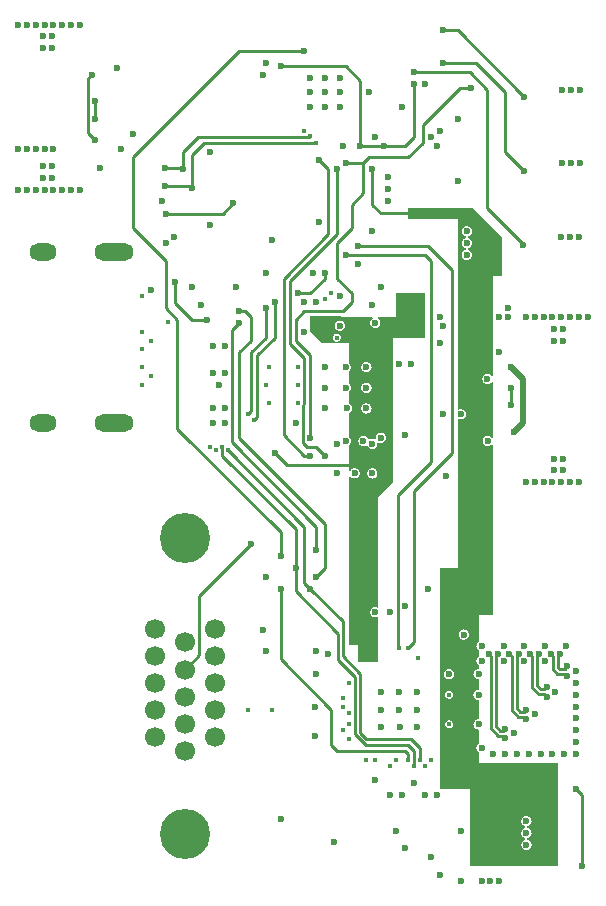
<source format=gbl>
%FSLAX46Y46*%
%MOMM*%
%ADD11C,0.218000*%
%ADD10C,0.250000*%
%ADD12C,0.500000*%
%AMPS13*
1,1,1.695000,0.000000,0.000000*
%
%ADD13PS13*%
%AMPS14*
1,1,4.246000,0.000000,0.000000*
%
%ADD14PS14*%
%AMPS17*
1,1,0.600000,0.000000,0.000000*
%
%ADD17PS17*%
%AMPS18*
1,1,0.400000,0.000000,0.000000*
%
%ADD18PS18*%
%AMPS15*
21,1,1.800000,1.500000,0.000000,0.000000,0.000000*
1,1,1.500000,0.900000,0.000000*
1,1,1.500000,-0.900000,0.000000*
%
%ADD15PS15*%
%AMPS16*
21,1,0.800000,1.500000,0.000000,0.000000,0.000000*
1,1,1.500000,0.400000,0.000000*
1,1,1.500000,-0.400000,0.000000*
%
%ADD16PS16*%
G01*
%LPD*%
G36*
X38500000Y-30250000D02*
X38499999Y-21500000D01*
X31750000Y-21500000D01*
X31750000Y-20610006D01*
X31692288Y-20557702D01*
X31663619Y-20526069D01*
X31638176Y-20491763D01*
X31616222Y-20455136D01*
X31597964Y-20416530D01*
X31583574Y-20376317D01*
X31573200Y-20334899D01*
X31566933Y-20292648D01*
X31564836Y-20250000D01*
X31566933Y-20207352D01*
X31573200Y-20165101D01*
X31583574Y-20123683D01*
X31597964Y-20083470D01*
X31616222Y-20044864D01*
X31638176Y-20008237D01*
X31663619Y-19973931D01*
X31692288Y-19942298D01*
X31750000Y-19889994D01*
X31750000Y-18689398D01*
X31665106Y-18676802D01*
X31623683Y-18666426D01*
X31583470Y-18652036D01*
X31544864Y-18633778D01*
X31508237Y-18611824D01*
X31473931Y-18586381D01*
X31442293Y-18557707D01*
X31413619Y-18526069D01*
X31388176Y-18491763D01*
X31366222Y-18455136D01*
X31347964Y-18416530D01*
X31333574Y-18376317D01*
X31323200Y-18334899D01*
X31316933Y-18292648D01*
X31314836Y-18250000D01*
X31316933Y-18207352D01*
X31323200Y-18165101D01*
X31333574Y-18123683D01*
X31347964Y-18083470D01*
X31366222Y-18044864D01*
X31388176Y-18008237D01*
X31413619Y-17973931D01*
X31442293Y-17942293D01*
X31473931Y-17913619D01*
X31508237Y-17888176D01*
X31544864Y-17866222D01*
X31583470Y-17847964D01*
X31623683Y-17833574D01*
X31665106Y-17823198D01*
X31750000Y-17810602D01*
X31750000Y-16189398D01*
X31665106Y-16176802D01*
X31623683Y-16166426D01*
X31583470Y-16152036D01*
X31544864Y-16133778D01*
X31508237Y-16111824D01*
X31473931Y-16086381D01*
X31442293Y-16057707D01*
X31413619Y-16026069D01*
X31388176Y-15991763D01*
X31366222Y-15955136D01*
X31347964Y-15916530D01*
X31333574Y-15876317D01*
X31323200Y-15834899D01*
X31316933Y-15792648D01*
X31314836Y-15750000D01*
X31316933Y-15707352D01*
X31323200Y-15665101D01*
X31333574Y-15623683D01*
X31347964Y-15583470D01*
X31366222Y-15544864D01*
X31388176Y-15508237D01*
X31413619Y-15473931D01*
X31442293Y-15442293D01*
X31473931Y-15413619D01*
X31508237Y-15388176D01*
X31544864Y-15366222D01*
X31583470Y-15347964D01*
X31623683Y-15333574D01*
X31665106Y-15323198D01*
X31750000Y-15310602D01*
X31750000Y-14439398D01*
X31665106Y-14426802D01*
X31623683Y-14416426D01*
X31583470Y-14402036D01*
X31544864Y-14383778D01*
X31508237Y-14361824D01*
X31473931Y-14336381D01*
X31442293Y-14307707D01*
X31413619Y-14276069D01*
X31388176Y-14241763D01*
X31366222Y-14205136D01*
X31347964Y-14166530D01*
X31333574Y-14126317D01*
X31323200Y-14084899D01*
X31316933Y-14042648D01*
X31314836Y-14000000D01*
X31316933Y-13957352D01*
X31323200Y-13915101D01*
X31333574Y-13873683D01*
X31347964Y-13833470D01*
X31366222Y-13794864D01*
X31388176Y-13758237D01*
X31413619Y-13723931D01*
X31442293Y-13692293D01*
X31473931Y-13663619D01*
X31508237Y-13638176D01*
X31544864Y-13616222D01*
X31583470Y-13597964D01*
X31623683Y-13583574D01*
X31665106Y-13573198D01*
X31750000Y-13560602D01*
X31750000Y-13235006D01*
X31692288Y-13182702D01*
X31663619Y-13151069D01*
X31638176Y-13116763D01*
X31616222Y-13080136D01*
X31597964Y-13041530D01*
X31583574Y-13001317D01*
X31573200Y-12959899D01*
X31566933Y-12917648D01*
X31564836Y-12875000D01*
X31566933Y-12832352D01*
X31573200Y-12790101D01*
X31583574Y-12748683D01*
X31597964Y-12708470D01*
X31616222Y-12669864D01*
X31638176Y-12633237D01*
X31663619Y-12598931D01*
X31692288Y-12567298D01*
X31750000Y-12514994D01*
X31750000Y-11985006D01*
X31692288Y-11932702D01*
X31663619Y-11901069D01*
X31638176Y-11866763D01*
X31616222Y-11830136D01*
X31597964Y-11791530D01*
X31583574Y-11751317D01*
X31573200Y-11709899D01*
X31566933Y-11667648D01*
X31564836Y-11625000D01*
X31566933Y-11582352D01*
X31573200Y-11540101D01*
X31583574Y-11498683D01*
X31597964Y-11458470D01*
X31616222Y-11419864D01*
X31638176Y-11383237D01*
X31663619Y-11348931D01*
X31692288Y-11317298D01*
X31750000Y-11264994D01*
X31750000Y-9000000D01*
X33000000Y-9000000D01*
X33000000Y5441760D01*
X32871970Y5491140D01*
X32827703Y5442289D01*
X32796069Y5413619D01*
X32761763Y5388176D01*
X32725136Y5366222D01*
X32686530Y5347964D01*
X32646317Y5333574D01*
X32604899Y5323200D01*
X32562648Y5316933D01*
X32520000Y5314836D01*
X32477352Y5316933D01*
X32435101Y5323200D01*
X32393683Y5333574D01*
X32353470Y5347964D01*
X32314864Y5366222D01*
X32278237Y5388176D01*
X32243931Y5413619D01*
X32212293Y5442293D01*
X32183619Y5473931D01*
X32158176Y5508237D01*
X32136222Y5544864D01*
X32117964Y5583470D01*
X32103574Y5623683D01*
X32093200Y5665101D01*
X32086933Y5707352D01*
X32084836Y5750000D01*
X32086933Y5792648D01*
X32093200Y5834899D01*
X32103574Y5876317D01*
X32117964Y5916530D01*
X32136222Y5955136D01*
X32158176Y5991763D01*
X32183619Y6026069D01*
X32212293Y6057707D01*
X32243931Y6086381D01*
X32278237Y6111824D01*
X32314864Y6133778D01*
X32353470Y6152036D01*
X32393683Y6166426D01*
X32435101Y6176800D01*
X32477352Y6183067D01*
X32520000Y6185164D01*
X32562648Y6183067D01*
X32604899Y6176800D01*
X32646317Y6166426D01*
X32686530Y6152036D01*
X32725136Y6133778D01*
X32761763Y6111824D01*
X32796069Y6086381D01*
X32827703Y6057711D01*
X32871970Y6008860D01*
X33000000Y6058240D01*
X33000000Y10713826D01*
X32871976Y10763208D01*
X32807702Y10692288D01*
X32776069Y10663619D01*
X32741763Y10638176D01*
X32705136Y10616222D01*
X32666530Y10597964D01*
X32626317Y10583574D01*
X32584899Y10573200D01*
X32542648Y10566933D01*
X32500000Y10564836D01*
X32457352Y10566933D01*
X32415101Y10573200D01*
X32373683Y10583574D01*
X32333470Y10597964D01*
X32294864Y10616222D01*
X32258237Y10638176D01*
X32223931Y10663619D01*
X32192293Y10692293D01*
X32163619Y10723931D01*
X32138176Y10758237D01*
X32116222Y10794864D01*
X32097964Y10833470D01*
X32083574Y10873683D01*
X32073200Y10915101D01*
X32066933Y10957352D01*
X32064836Y11000000D01*
X32066933Y11042648D01*
X32073200Y11084899D01*
X32083574Y11126317D01*
X32097964Y11166530D01*
X32116222Y11205136D01*
X32138176Y11241763D01*
X32163619Y11276069D01*
X32192293Y11307707D01*
X32223931Y11336381D01*
X32258237Y11361824D01*
X32294864Y11383778D01*
X32333470Y11402036D01*
X32373683Y11416426D01*
X32415101Y11426800D01*
X32457352Y11433067D01*
X32500000Y11435164D01*
X32542648Y11433067D01*
X32584899Y11426800D01*
X32626317Y11416426D01*
X32666530Y11402036D01*
X32705136Y11383778D01*
X32741763Y11361824D01*
X32776069Y11336381D01*
X32807702Y11307712D01*
X32871976Y11236792D01*
X33000000Y11286174D01*
X33000000Y19750000D01*
X33750000Y19750000D01*
X33750000Y23000000D01*
X31250000Y25500000D01*
X25750000Y25500000D01*
X25750000Y24500000D01*
X30000000Y24500000D01*
X30000000Y8385445D01*
X30165101Y8426800D01*
X30207352Y8433067D01*
X30250000Y8435164D01*
X30292648Y8433067D01*
X30334899Y8426800D01*
X30376317Y8416426D01*
X30416530Y8402036D01*
X30455136Y8383778D01*
X30491763Y8361824D01*
X30526069Y8336381D01*
X30557707Y8307707D01*
X30586381Y8276069D01*
X30611824Y8241763D01*
X30633778Y8205136D01*
X30652036Y8166530D01*
X30666426Y8126317D01*
X30676800Y8084899D01*
X30683067Y8042648D01*
X30685164Y8000000D01*
X30683067Y7957352D01*
X30676800Y7915101D01*
X30666426Y7873683D01*
X30652036Y7833470D01*
X30633778Y7794864D01*
X30611824Y7758237D01*
X30586381Y7723931D01*
X30557707Y7692293D01*
X30526069Y7663619D01*
X30491763Y7638176D01*
X30455136Y7616222D01*
X30416530Y7597964D01*
X30376317Y7583574D01*
X30334899Y7573200D01*
X30292648Y7566933D01*
X30250000Y7564836D01*
X30207352Y7566933D01*
X30165101Y7573200D01*
X30000000Y7614555D01*
X30000000Y-5000000D01*
X28500000Y-5000000D01*
X28500000Y-23750000D01*
X31000000Y-23750000D01*
X31000000Y-30250000D01*
X38500000Y-30250000D01*
D02*
G37*
%LPC*%
G36*
X30750000Y21064836D02*
X30707352Y21066933D01*
X30665101Y21073200D01*
X30623683Y21083574D01*
X30583470Y21097964D01*
X30544864Y21116222D01*
X30508237Y21138176D01*
X30473931Y21163619D01*
X30442293Y21192293D01*
X30413619Y21223931D01*
X30388176Y21258237D01*
X30366222Y21294864D01*
X30347964Y21333470D01*
X30333574Y21373683D01*
X30323200Y21415101D01*
X30316933Y21457352D01*
X30314836Y21500000D01*
X30316933Y21542648D01*
X30323200Y21584899D01*
X30333574Y21626317D01*
X30347964Y21666530D01*
X30366222Y21705136D01*
X30388176Y21741763D01*
X30413619Y21776069D01*
X30442293Y21807707D01*
X30473931Y21836381D01*
X30508237Y21861824D01*
X30544864Y21883778D01*
X30583470Y21902036D01*
X30660425Y21929573D01*
X30660425Y22070427D01*
X30583470Y22097964D01*
X30544864Y22116222D01*
X30508237Y22138176D01*
X30473931Y22163619D01*
X30442293Y22192293D01*
X30413619Y22223931D01*
X30388176Y22258237D01*
X30366222Y22294864D01*
X30347964Y22333470D01*
X30333574Y22373683D01*
X30323200Y22415101D01*
X30316933Y22457352D01*
X30314836Y22500000D01*
X30316933Y22542648D01*
X30323200Y22584899D01*
X30333574Y22626317D01*
X30347964Y22666530D01*
X30366222Y22705136D01*
X30388176Y22741763D01*
X30413619Y22776069D01*
X30442293Y22807707D01*
X30473931Y22836381D01*
X30508237Y22861824D01*
X30544864Y22883778D01*
X30583470Y22902036D01*
X30660425Y22929573D01*
X30660425Y23070427D01*
X30583470Y23097964D01*
X30544864Y23116222D01*
X30508237Y23138176D01*
X30473931Y23163619D01*
X30442293Y23192293D01*
X30413619Y23223931D01*
X30388176Y23258237D01*
X30366222Y23294864D01*
X30347964Y23333470D01*
X30333574Y23373683D01*
X30323200Y23415101D01*
X30316933Y23457352D01*
X30314836Y23500000D01*
X30316933Y23542648D01*
X30323200Y23584899D01*
X30333574Y23626317D01*
X30347964Y23666530D01*
X30366222Y23705136D01*
X30388176Y23741763D01*
X30413619Y23776069D01*
X30442293Y23807707D01*
X30473931Y23836381D01*
X30508237Y23861824D01*
X30544864Y23883778D01*
X30583470Y23902036D01*
X30623683Y23916426D01*
X30665101Y23926800D01*
X30707352Y23933067D01*
X30750000Y23935164D01*
X30792648Y23933067D01*
X30834899Y23926800D01*
X30876317Y23916426D01*
X30916530Y23902036D01*
X30955136Y23883778D01*
X30991763Y23861824D01*
X31026069Y23836381D01*
X31057707Y23807707D01*
X31086381Y23776069D01*
X31111824Y23741763D01*
X31133778Y23705136D01*
X31152036Y23666530D01*
X31166426Y23626317D01*
X31176800Y23584899D01*
X31183067Y23542648D01*
X31185164Y23500000D01*
X31183067Y23457352D01*
X31176800Y23415101D01*
X31166426Y23373683D01*
X31152036Y23333470D01*
X31133778Y23294864D01*
X31111824Y23258237D01*
X31086381Y23223931D01*
X31057707Y23192293D01*
X31026069Y23163619D01*
X30991763Y23138176D01*
X30955136Y23116222D01*
X30916530Y23097964D01*
X30839575Y23070427D01*
X30839575Y22929573D01*
X30916530Y22902036D01*
X30955136Y22883778D01*
X30991763Y22861824D01*
X31026069Y22836381D01*
X31057707Y22807707D01*
X31086381Y22776069D01*
X31111824Y22741763D01*
X31133778Y22705136D01*
X31152036Y22666530D01*
X31166426Y22626317D01*
X31176800Y22584899D01*
X31183067Y22542648D01*
X31185164Y22500000D01*
X31183067Y22457352D01*
X31176800Y22415101D01*
X31166426Y22373683D01*
X31152036Y22333470D01*
X31133778Y22294864D01*
X31111824Y22258237D01*
X31086381Y22223931D01*
X31057707Y22192293D01*
X31026069Y22163619D01*
X30991763Y22138176D01*
X30955136Y22116222D01*
X30916530Y22097964D01*
X30839575Y22070427D01*
X30839575Y21929573D01*
X30916530Y21902036D01*
X30955136Y21883778D01*
X30991763Y21861824D01*
X31026069Y21836381D01*
X31057707Y21807707D01*
X31086381Y21776069D01*
X31111824Y21741763D01*
X31133778Y21705136D01*
X31152036Y21666530D01*
X31166426Y21626317D01*
X31176800Y21584899D01*
X31183067Y21542648D01*
X31185164Y21500000D01*
X31183067Y21457352D01*
X31176800Y21415101D01*
X31166426Y21373683D01*
X31152036Y21333470D01*
X31133778Y21294864D01*
X31111824Y21258237D01*
X31086381Y21223931D01*
X31057707Y21192293D01*
X31026069Y21163619D01*
X30991763Y21138176D01*
X30955136Y21116222D01*
X30916530Y21097964D01*
X30876317Y21083574D01*
X30834899Y21073200D01*
X30792648Y21066933D01*
X30750000Y21064836D01*
D02*
G37*
%LPC*%
G36*
X30500000Y-11080164D02*
X30457352Y-11078067D01*
X30415101Y-11071800D01*
X30373683Y-11061426D01*
X30333470Y-11047036D01*
X30294864Y-11028778D01*
X30258237Y-11006824D01*
X30223931Y-10981381D01*
X30192293Y-10952707D01*
X30163619Y-10921069D01*
X30138176Y-10886763D01*
X30116222Y-10850136D01*
X30097964Y-10811530D01*
X30083574Y-10771317D01*
X30073200Y-10729899D01*
X30066933Y-10687648D01*
X30064836Y-10645000D01*
X30066933Y-10602352D01*
X30073200Y-10560101D01*
X30083574Y-10518683D01*
X30097964Y-10478470D01*
X30116222Y-10439864D01*
X30138176Y-10403237D01*
X30163619Y-10368931D01*
X30192293Y-10337293D01*
X30223931Y-10308619D01*
X30258237Y-10283176D01*
X30294864Y-10261222D01*
X30333470Y-10242964D01*
X30373683Y-10228574D01*
X30415101Y-10218200D01*
X30457352Y-10211933D01*
X30500000Y-10209836D01*
X30542648Y-10211933D01*
X30584899Y-10218200D01*
X30626317Y-10228574D01*
X30666530Y-10242964D01*
X30705136Y-10261222D01*
X30741763Y-10283176D01*
X30776069Y-10308619D01*
X30807707Y-10337293D01*
X30836381Y-10368931D01*
X30861824Y-10403237D01*
X30883778Y-10439864D01*
X30902036Y-10478470D01*
X30916426Y-10518683D01*
X30926800Y-10560101D01*
X30933067Y-10602352D01*
X30935164Y-10645000D01*
X30933067Y-10687648D01*
X30926800Y-10729899D01*
X30916426Y-10771317D01*
X30902036Y-10811530D01*
X30883778Y-10850136D01*
X30861824Y-10886763D01*
X30836381Y-10921069D01*
X30807707Y-10952707D01*
X30776069Y-10981381D01*
X30741763Y-11006824D01*
X30705136Y-11028778D01*
X30666530Y-11047036D01*
X30626317Y-11061426D01*
X30584899Y-11071800D01*
X30542648Y-11078067D01*
X30500000Y-11080164D01*
D02*
G37*
%LPC*%
G36*
X29250000Y-14435164D02*
X29207352Y-14433067D01*
X29165101Y-14426800D01*
X29123683Y-14416426D01*
X29083470Y-14402036D01*
X29044864Y-14383778D01*
X29008237Y-14361824D01*
X28973931Y-14336381D01*
X28942293Y-14307707D01*
X28913619Y-14276069D01*
X28888176Y-14241763D01*
X28866222Y-14205136D01*
X28847964Y-14166530D01*
X28833574Y-14126317D01*
X28823200Y-14084899D01*
X28816933Y-14042648D01*
X28814836Y-14000000D01*
X28816933Y-13957352D01*
X28823200Y-13915101D01*
X28833574Y-13873683D01*
X28847964Y-13833470D01*
X28866222Y-13794864D01*
X28888176Y-13758237D01*
X28913619Y-13723931D01*
X28942293Y-13692293D01*
X28973931Y-13663619D01*
X29008237Y-13638176D01*
X29044864Y-13616222D01*
X29083470Y-13597964D01*
X29123683Y-13583574D01*
X29165101Y-13573200D01*
X29207352Y-13566933D01*
X29250000Y-13564836D01*
X29292648Y-13566933D01*
X29334899Y-13573200D01*
X29376317Y-13583574D01*
X29416530Y-13597964D01*
X29455136Y-13616222D01*
X29491763Y-13638176D01*
X29526069Y-13663619D01*
X29557707Y-13692293D01*
X29586381Y-13723931D01*
X29611824Y-13758237D01*
X29633778Y-13794864D01*
X29652036Y-13833470D01*
X29666426Y-13873683D01*
X29676800Y-13915101D01*
X29683067Y-13957352D01*
X29685164Y-14000000D01*
X29683067Y-14042648D01*
X29676800Y-14084899D01*
X29666426Y-14126317D01*
X29652036Y-14166530D01*
X29633778Y-14205136D01*
X29611824Y-14241763D01*
X29586381Y-14276069D01*
X29557707Y-14307707D01*
X29526069Y-14336381D01*
X29491763Y-14361824D01*
X29455136Y-14383778D01*
X29416530Y-14402036D01*
X29376317Y-14416426D01*
X29334899Y-14426800D01*
X29292648Y-14433067D01*
X29250000Y-14435164D01*
D02*
G37*
%LPC*%
G36*
X29250000Y-16085164D02*
X29217148Y-16083548D01*
X29184621Y-16078725D01*
X29152708Y-16070731D01*
X29121740Y-16059649D01*
X29092002Y-16045585D01*
X29063793Y-16028676D01*
X29037383Y-16009090D01*
X29013005Y-15986995D01*
X28990910Y-15962617D01*
X28971324Y-15936207D01*
X28954415Y-15907998D01*
X28940351Y-15878260D01*
X28929269Y-15847292D01*
X28921275Y-15815379D01*
X28916452Y-15782852D01*
X28914836Y-15750000D01*
X28916452Y-15717148D01*
X28921275Y-15684621D01*
X28929269Y-15652708D01*
X28940351Y-15621740D01*
X28954415Y-15592002D01*
X28971324Y-15563793D01*
X28990910Y-15537383D01*
X29013005Y-15513005D01*
X29037383Y-15490910D01*
X29063793Y-15471324D01*
X29092002Y-15454415D01*
X29121740Y-15440351D01*
X29152708Y-15429269D01*
X29184621Y-15421275D01*
X29217148Y-15416452D01*
X29250000Y-15414836D01*
X29282852Y-15416452D01*
X29315379Y-15421275D01*
X29347292Y-15429269D01*
X29378260Y-15440351D01*
X29407998Y-15454415D01*
X29436207Y-15471324D01*
X29462617Y-15490910D01*
X29486995Y-15513005D01*
X29509090Y-15537383D01*
X29528676Y-15563793D01*
X29545585Y-15592002D01*
X29559649Y-15621740D01*
X29570731Y-15652708D01*
X29578725Y-15684621D01*
X29583548Y-15717148D01*
X29585164Y-15750000D01*
X29583548Y-15782852D01*
X29578725Y-15815379D01*
X29570731Y-15847292D01*
X29559649Y-15878260D01*
X29545585Y-15907998D01*
X29528676Y-15936207D01*
X29509090Y-15962617D01*
X29486995Y-15986995D01*
X29462617Y-16009090D01*
X29436207Y-16028676D01*
X29407998Y-16045585D01*
X29378260Y-16059649D01*
X29347292Y-16070731D01*
X29315379Y-16078725D01*
X29282852Y-16083548D01*
X29250000Y-16085164D01*
D02*
G37*
%LPC*%
G36*
X29250000Y-18585164D02*
X29217148Y-18583548D01*
X29184621Y-18578725D01*
X29152708Y-18570731D01*
X29121740Y-18559649D01*
X29092002Y-18545585D01*
X29063793Y-18528676D01*
X29037383Y-18509090D01*
X29013005Y-18486995D01*
X28990910Y-18462617D01*
X28971324Y-18436207D01*
X28954415Y-18407998D01*
X28940351Y-18378260D01*
X28929269Y-18347292D01*
X28921275Y-18315379D01*
X28916452Y-18282852D01*
X28914836Y-18250000D01*
X28916452Y-18217148D01*
X28921275Y-18184621D01*
X28929269Y-18152708D01*
X28940351Y-18121740D01*
X28954415Y-18092002D01*
X28971324Y-18063793D01*
X28990910Y-18037383D01*
X29013005Y-18013005D01*
X29037383Y-17990910D01*
X29063793Y-17971324D01*
X29092002Y-17954415D01*
X29121740Y-17940351D01*
X29152708Y-17929269D01*
X29184621Y-17921275D01*
X29217148Y-17916452D01*
X29250000Y-17914836D01*
X29282852Y-17916452D01*
X29315379Y-17921275D01*
X29347292Y-17929269D01*
X29378260Y-17940351D01*
X29407998Y-17954415D01*
X29436207Y-17971324D01*
X29462617Y-17990910D01*
X29486995Y-18013005D01*
X29509090Y-18037383D01*
X29528676Y-18063793D01*
X29545585Y-18092002D01*
X29559649Y-18121740D01*
X29570731Y-18152708D01*
X29578725Y-18184621D01*
X29583548Y-18217148D01*
X29585164Y-18250000D01*
X29583548Y-18282852D01*
X29578725Y-18315379D01*
X29570731Y-18347292D01*
X29559649Y-18378260D01*
X29545585Y-18407998D01*
X29528676Y-18436207D01*
X29509090Y-18462617D01*
X29486995Y-18486995D01*
X29462617Y-18509090D01*
X29436207Y-18528676D01*
X29407998Y-18545585D01*
X29378260Y-18559649D01*
X29347292Y-18570731D01*
X29315379Y-18578725D01*
X29282852Y-18583548D01*
X29250000Y-18585164D01*
D02*
G37*
%LPC*%
G36*
X35800000Y-28885164D02*
X35757352Y-28883067D01*
X35715101Y-28876800D01*
X35673683Y-28866426D01*
X35633470Y-28852036D01*
X35594864Y-28833778D01*
X35558237Y-28811824D01*
X35523931Y-28786381D01*
X35492293Y-28757707D01*
X35463619Y-28726069D01*
X35438176Y-28691763D01*
X35416222Y-28655136D01*
X35397964Y-28616530D01*
X35383574Y-28576317D01*
X35373200Y-28534899D01*
X35366933Y-28492648D01*
X35364836Y-28450000D01*
X35366933Y-28407352D01*
X35373200Y-28365101D01*
X35383574Y-28323683D01*
X35397964Y-28283470D01*
X35416222Y-28244864D01*
X35438176Y-28208237D01*
X35463619Y-28173931D01*
X35492293Y-28142293D01*
X35523931Y-28113619D01*
X35558237Y-28088176D01*
X35594864Y-28066222D01*
X35633470Y-28047964D01*
X35710425Y-28020427D01*
X35710425Y-27879573D01*
X35633470Y-27852036D01*
X35594864Y-27833778D01*
X35558237Y-27811824D01*
X35523931Y-27786381D01*
X35492293Y-27757707D01*
X35463619Y-27726069D01*
X35438176Y-27691763D01*
X35416222Y-27655136D01*
X35397964Y-27616530D01*
X35383574Y-27576317D01*
X35373200Y-27534899D01*
X35366933Y-27492648D01*
X35364836Y-27450000D01*
X35366933Y-27407352D01*
X35373200Y-27365101D01*
X35383574Y-27323683D01*
X35397964Y-27283470D01*
X35416222Y-27244864D01*
X35438176Y-27208237D01*
X35463619Y-27173931D01*
X35492293Y-27142293D01*
X35523931Y-27113619D01*
X35558237Y-27088176D01*
X35594864Y-27066222D01*
X35633470Y-27047964D01*
X35710425Y-27020427D01*
X35710425Y-26879573D01*
X35633470Y-26852036D01*
X35594864Y-26833778D01*
X35558237Y-26811824D01*
X35523931Y-26786381D01*
X35492293Y-26757707D01*
X35463619Y-26726069D01*
X35438176Y-26691763D01*
X35416222Y-26655136D01*
X35397964Y-26616530D01*
X35383574Y-26576317D01*
X35373200Y-26534899D01*
X35366933Y-26492648D01*
X35364836Y-26450000D01*
X35366933Y-26407352D01*
X35373200Y-26365101D01*
X35383574Y-26323683D01*
X35397964Y-26283470D01*
X35416222Y-26244864D01*
X35438176Y-26208237D01*
X35463619Y-26173931D01*
X35492293Y-26142293D01*
X35523931Y-26113619D01*
X35558237Y-26088176D01*
X35594864Y-26066222D01*
X35633470Y-26047964D01*
X35673683Y-26033574D01*
X35715101Y-26023200D01*
X35757352Y-26016933D01*
X35800000Y-26014836D01*
X35842648Y-26016933D01*
X35884899Y-26023200D01*
X35926317Y-26033574D01*
X35966530Y-26047964D01*
X36005136Y-26066222D01*
X36041763Y-26088176D01*
X36076069Y-26113619D01*
X36107707Y-26142293D01*
X36136381Y-26173931D01*
X36161824Y-26208237D01*
X36183778Y-26244864D01*
X36202036Y-26283470D01*
X36216426Y-26323683D01*
X36226800Y-26365101D01*
X36233067Y-26407352D01*
X36235164Y-26450000D01*
X36233067Y-26492648D01*
X36226800Y-26534899D01*
X36216426Y-26576317D01*
X36202036Y-26616530D01*
X36183778Y-26655136D01*
X36161824Y-26691763D01*
X36136381Y-26726069D01*
X36107707Y-26757707D01*
X36076069Y-26786381D01*
X36041763Y-26811824D01*
X36005136Y-26833778D01*
X35966530Y-26852036D01*
X35889575Y-26879573D01*
X35889575Y-27020427D01*
X35966530Y-27047964D01*
X36005136Y-27066222D01*
X36041763Y-27088176D01*
X36076069Y-27113619D01*
X36107707Y-27142293D01*
X36136381Y-27173931D01*
X36161824Y-27208237D01*
X36183778Y-27244864D01*
X36202036Y-27283470D01*
X36216426Y-27323683D01*
X36226800Y-27365101D01*
X36233067Y-27407352D01*
X36235164Y-27450000D01*
X36233067Y-27492648D01*
X36226800Y-27534899D01*
X36216426Y-27576317D01*
X36202036Y-27616530D01*
X36183778Y-27655136D01*
X36161824Y-27691763D01*
X36136381Y-27726069D01*
X36107707Y-27757707D01*
X36076069Y-27786381D01*
X36041763Y-27811824D01*
X36005136Y-27833778D01*
X35966530Y-27852036D01*
X35889575Y-27879573D01*
X35889575Y-28020427D01*
X35966530Y-28047964D01*
X36005136Y-28066222D01*
X36041763Y-28088176D01*
X36076069Y-28113619D01*
X36107707Y-28142293D01*
X36136381Y-28173931D01*
X36161824Y-28208237D01*
X36183778Y-28244864D01*
X36202036Y-28283470D01*
X36216426Y-28323683D01*
X36226800Y-28365101D01*
X36233067Y-28407352D01*
X36235164Y-28450000D01*
X36233067Y-28492648D01*
X36226800Y-28534899D01*
X36216426Y-28576317D01*
X36202036Y-28616530D01*
X36183778Y-28655136D01*
X36161824Y-28691763D01*
X36136381Y-28726069D01*
X36107707Y-28757707D01*
X36076069Y-28786381D01*
X36041763Y-28811824D01*
X36005136Y-28833778D01*
X35966530Y-28852036D01*
X35926317Y-28866426D01*
X35884899Y-28876800D01*
X35842648Y-28883067D01*
X35800000Y-28885164D01*
D02*
G37*
%LPD*%
G36*
X23250000Y-13000001D02*
X23250000Y-9135445D01*
X23084899Y-9176800D01*
X23042648Y-9183067D01*
X23000000Y-9185164D01*
X22957352Y-9183067D01*
X22915101Y-9176800D01*
X22873683Y-9166426D01*
X22833470Y-9152036D01*
X22794864Y-9133778D01*
X22758237Y-9111824D01*
X22723931Y-9086381D01*
X22692293Y-9057707D01*
X22663619Y-9026069D01*
X22638176Y-8991763D01*
X22616222Y-8955136D01*
X22597964Y-8916530D01*
X22583574Y-8876317D01*
X22573200Y-8834899D01*
X22566933Y-8792648D01*
X22564836Y-8750000D01*
X22566933Y-8707352D01*
X22573200Y-8665101D01*
X22583574Y-8623683D01*
X22597964Y-8583470D01*
X22616222Y-8544864D01*
X22638176Y-8508237D01*
X22663619Y-8473931D01*
X22692293Y-8442293D01*
X22723931Y-8413619D01*
X22758237Y-8388176D01*
X22794864Y-8366222D01*
X22833470Y-8347964D01*
X22873683Y-8333574D01*
X22915101Y-8323200D01*
X22957352Y-8316933D01*
X23000000Y-8314836D01*
X23042648Y-8316933D01*
X23084899Y-8323200D01*
X23250000Y-8364555D01*
X23250000Y1000000D01*
X24500000Y2250004D01*
X24500000Y14500000D01*
X27250000Y14500000D01*
X27250000Y18250000D01*
X24750000Y18250000D01*
X24750000Y16254687D01*
X23271676Y16263926D01*
X23221728Y16135628D01*
X23307712Y16057702D01*
X23336381Y16026069D01*
X23361824Y15991763D01*
X23383778Y15955136D01*
X23402036Y15916530D01*
X23416426Y15876317D01*
X23426800Y15834899D01*
X23433067Y15792648D01*
X23435164Y15750000D01*
X23433067Y15707352D01*
X23426800Y15665101D01*
X23416426Y15623683D01*
X23402036Y15583470D01*
X23383778Y15544864D01*
X23361824Y15508237D01*
X23336381Y15473931D01*
X23307707Y15442293D01*
X23276069Y15413619D01*
X23241763Y15388176D01*
X23205136Y15366222D01*
X23166530Y15347964D01*
X23126317Y15333574D01*
X23084899Y15323200D01*
X23042648Y15316933D01*
X23000000Y15314836D01*
X22957352Y15316933D01*
X22915101Y15323200D01*
X22873683Y15333574D01*
X22833470Y15347964D01*
X22794864Y15366222D01*
X22758237Y15388176D01*
X22723931Y15413619D01*
X22692293Y15442293D01*
X22663619Y15473931D01*
X22638176Y15508237D01*
X22616222Y15544864D01*
X22597964Y15583470D01*
X22583574Y15623683D01*
X22573200Y15665101D01*
X22566933Y15707352D01*
X22564836Y15750000D01*
X22566933Y15792648D01*
X22573200Y15834899D01*
X22583574Y15876317D01*
X22597964Y15916530D01*
X22616222Y15955136D01*
X22638176Y15991763D01*
X22663619Y16026069D01*
X22692293Y16057707D01*
X22723935Y16086385D01*
X22783158Y16130310D01*
X22738388Y16267260D01*
X17500000Y16300000D01*
X17500000Y15000001D01*
X18500001Y14000000D01*
X19653919Y14000000D01*
X19688988Y14156184D01*
X19587006Y14204412D01*
X19558793Y14221324D01*
X19532383Y14240910D01*
X19508005Y14263005D01*
X19485910Y14287383D01*
X19466324Y14313793D01*
X19449415Y14342002D01*
X19435351Y14371740D01*
X19424269Y14402708D01*
X19416275Y14434621D01*
X19411452Y14467148D01*
X19409836Y14500000D01*
X19411452Y14532852D01*
X19416275Y14565379D01*
X19424269Y14597292D01*
X19435351Y14628260D01*
X19449415Y14657998D01*
X19466324Y14686207D01*
X19485910Y14712617D01*
X19508005Y14736995D01*
X19532383Y14759090D01*
X19558793Y14778676D01*
X19587002Y14795585D01*
X19616740Y14809649D01*
X19647708Y14820731D01*
X19679621Y14828725D01*
X19712148Y14833548D01*
X19745000Y14835164D01*
X19777852Y14833548D01*
X19810379Y14828725D01*
X19842292Y14820731D01*
X19873260Y14809649D01*
X19902998Y14795585D01*
X19931207Y14778676D01*
X19957617Y14759090D01*
X19981995Y14736995D01*
X20004090Y14712617D01*
X20023676Y14686207D01*
X20040585Y14657998D01*
X20054649Y14628260D01*
X20065731Y14597292D01*
X20073725Y14565379D01*
X20078548Y14532852D01*
X20080164Y14500000D01*
X20078548Y14467148D01*
X20073725Y14434621D01*
X20065731Y14402708D01*
X20054649Y14371740D01*
X20040585Y14342002D01*
X20023676Y14313793D01*
X20004090Y14287383D01*
X19981995Y14263005D01*
X19957617Y14240910D01*
X19931207Y14221324D01*
X19902994Y14204412D01*
X19801012Y14156184D01*
X19836081Y14000000D01*
X20750000Y14000000D01*
X20750000Y12360006D01*
X20807712Y12307702D01*
X20836381Y12276069D01*
X20861824Y12241763D01*
X20883778Y12205136D01*
X20902036Y12166530D01*
X20916426Y12126317D01*
X20926800Y12084899D01*
X20933067Y12042648D01*
X20935164Y12000000D01*
X20933067Y11957352D01*
X20926800Y11915101D01*
X20916426Y11873683D01*
X20902036Y11833470D01*
X20883778Y11794864D01*
X20861824Y11758237D01*
X20836381Y11723931D01*
X20807712Y11692298D01*
X20750000Y11639994D01*
X20750000Y10610006D01*
X20807712Y10557702D01*
X20836381Y10526069D01*
X20861824Y10491763D01*
X20883778Y10455136D01*
X20902036Y10416530D01*
X20916426Y10376317D01*
X20926800Y10334899D01*
X20933067Y10292648D01*
X20935164Y10250000D01*
X20933067Y10207352D01*
X20926800Y10165101D01*
X20916426Y10123683D01*
X20902036Y10083470D01*
X20883778Y10044864D01*
X20861824Y10008237D01*
X20836381Y9973931D01*
X20807712Y9942298D01*
X20750000Y9889994D01*
X20750000Y8921678D01*
X20830136Y8883778D01*
X20866763Y8861824D01*
X20901069Y8836381D01*
X20932707Y8807707D01*
X20961381Y8776069D01*
X20986824Y8741763D01*
X21008778Y8705136D01*
X21027036Y8666530D01*
X21041426Y8626317D01*
X21051800Y8584899D01*
X21058067Y8542648D01*
X21060164Y8500000D01*
X21058067Y8457352D01*
X21051800Y8415101D01*
X21041426Y8373683D01*
X21027036Y8333470D01*
X21008778Y8294864D01*
X20986824Y8258237D01*
X20961381Y8223931D01*
X20932707Y8192293D01*
X20901069Y8163619D01*
X20866763Y8138176D01*
X20830136Y8116222D01*
X20750000Y8078322D01*
X20750000Y6110006D01*
X20807712Y6057702D01*
X20836381Y6026069D01*
X20861824Y5991763D01*
X20883778Y5955136D01*
X20902036Y5916530D01*
X20916426Y5876317D01*
X20926800Y5834899D01*
X20933067Y5792648D01*
X20935164Y5750000D01*
X20933067Y5707352D01*
X20926800Y5665101D01*
X20916426Y5623683D01*
X20902036Y5583470D01*
X20883778Y5544864D01*
X20861824Y5508237D01*
X20836381Y5473931D01*
X20807712Y5442298D01*
X20750000Y5389994D01*
X20750000Y3286174D01*
X20878024Y3236792D01*
X20942298Y3307712D01*
X20973931Y3336381D01*
X21008237Y3361824D01*
X21044864Y3383778D01*
X21083470Y3402036D01*
X21123683Y3416426D01*
X21165101Y3426800D01*
X21207352Y3433067D01*
X21250000Y3435164D01*
X21292648Y3433067D01*
X21334899Y3426800D01*
X21376317Y3416426D01*
X21416530Y3402036D01*
X21455136Y3383778D01*
X21491763Y3361824D01*
X21526069Y3336381D01*
X21557707Y3307707D01*
X21586381Y3276069D01*
X21611824Y3241763D01*
X21633778Y3205136D01*
X21652036Y3166530D01*
X21666426Y3126317D01*
X21676800Y3084899D01*
X21683067Y3042648D01*
X21685164Y3000000D01*
X21683067Y2957352D01*
X21676800Y2915101D01*
X21666426Y2873683D01*
X21652036Y2833470D01*
X21633778Y2794864D01*
X21611824Y2758237D01*
X21586381Y2723931D01*
X21557707Y2692293D01*
X21526069Y2663619D01*
X21491763Y2638176D01*
X21455136Y2616222D01*
X21416530Y2597964D01*
X21376317Y2583574D01*
X21334899Y2573200D01*
X21292648Y2566933D01*
X21250000Y2564836D01*
X21207352Y2566933D01*
X21165101Y2573200D01*
X21123683Y2583574D01*
X21083470Y2597964D01*
X21044864Y2616222D01*
X21008237Y2638176D01*
X20973931Y2663619D01*
X20942298Y2692288D01*
X20878024Y2763208D01*
X20750000Y2713826D01*
X20750000Y-11500000D01*
X21500000Y-11500000D01*
X21500000Y-13000000D01*
X23250000Y-13000001D01*
D02*
G37*
%LPC*%
G36*
X20000000Y15064836D02*
X19957352Y15066933D01*
X19915101Y15073200D01*
X19873683Y15083574D01*
X19833470Y15097964D01*
X19794864Y15116222D01*
X19758237Y15138176D01*
X19723931Y15163619D01*
X19692293Y15192293D01*
X19663619Y15223931D01*
X19638176Y15258237D01*
X19616222Y15294864D01*
X19597964Y15333470D01*
X19583574Y15373683D01*
X19573200Y15415101D01*
X19566933Y15457352D01*
X19564836Y15500000D01*
X19566933Y15542648D01*
X19573200Y15584899D01*
X19583574Y15626317D01*
X19597964Y15666530D01*
X19616222Y15705136D01*
X19638176Y15741763D01*
X19663619Y15776069D01*
X19692293Y15807707D01*
X19723931Y15836381D01*
X19758237Y15861824D01*
X19794864Y15883778D01*
X19833470Y15902036D01*
X19873683Y15916426D01*
X19915101Y15926800D01*
X19957352Y15933067D01*
X20000000Y15935164D01*
X20042648Y15933067D01*
X20084899Y15926800D01*
X20126317Y15916426D01*
X20166530Y15902036D01*
X20205136Y15883778D01*
X20241763Y15861824D01*
X20276069Y15836381D01*
X20307707Y15807707D01*
X20336381Y15776069D01*
X20361824Y15741763D01*
X20383778Y15705136D01*
X20402036Y15666530D01*
X20416426Y15626317D01*
X20426800Y15584899D01*
X20433067Y15542648D01*
X20435164Y15500000D01*
X20433067Y15457352D01*
X20426800Y15415101D01*
X20416426Y15373683D01*
X20402036Y15333470D01*
X20383778Y15294864D01*
X20361824Y15258237D01*
X20336381Y15223931D01*
X20307707Y15192293D01*
X20276069Y15163619D01*
X20241763Y15138176D01*
X20205136Y15116222D01*
X20166530Y15097964D01*
X20126317Y15083574D01*
X20084899Y15073200D01*
X20042648Y15066933D01*
X20000000Y15064836D01*
D02*
G37*
%LPC*%
G36*
X22250000Y11564836D02*
X22207352Y11566933D01*
X22165101Y11573200D01*
X22123683Y11583574D01*
X22083470Y11597964D01*
X22044864Y11616222D01*
X22008237Y11638176D01*
X21973931Y11663619D01*
X21942293Y11692293D01*
X21913619Y11723931D01*
X21888176Y11758237D01*
X21866222Y11794864D01*
X21847964Y11833470D01*
X21833574Y11873683D01*
X21823200Y11915101D01*
X21816933Y11957352D01*
X21814836Y12000000D01*
X21816933Y12042648D01*
X21823200Y12084899D01*
X21833574Y12126317D01*
X21847964Y12166530D01*
X21866222Y12205136D01*
X21888176Y12241763D01*
X21913619Y12276069D01*
X21942293Y12307707D01*
X21973931Y12336381D01*
X22008237Y12361824D01*
X22044864Y12383778D01*
X22083470Y12402036D01*
X22123683Y12416426D01*
X22165101Y12426800D01*
X22207352Y12433067D01*
X22250000Y12435164D01*
X22292648Y12433067D01*
X22334899Y12426800D01*
X22376317Y12416426D01*
X22416530Y12402036D01*
X22455136Y12383778D01*
X22491763Y12361824D01*
X22526069Y12336381D01*
X22557707Y12307707D01*
X22586381Y12276069D01*
X22611824Y12241763D01*
X22633778Y12205136D01*
X22652036Y12166530D01*
X22666426Y12126317D01*
X22676800Y12084899D01*
X22683067Y12042648D01*
X22685164Y12000000D01*
X22683067Y11957352D01*
X22676800Y11915101D01*
X22666426Y11873683D01*
X22652036Y11833470D01*
X22633778Y11794864D01*
X22611824Y11758237D01*
X22586381Y11723931D01*
X22557707Y11692293D01*
X22526069Y11663619D01*
X22491763Y11638176D01*
X22455136Y11616222D01*
X22416530Y11597964D01*
X22376317Y11583574D01*
X22334899Y11573200D01*
X22292648Y11566933D01*
X22250000Y11564836D01*
D02*
G37*
%LPC*%
G36*
X22250000Y9814836D02*
X22207352Y9816933D01*
X22165101Y9823200D01*
X22123683Y9833574D01*
X22083470Y9847964D01*
X22044864Y9866222D01*
X22008237Y9888176D01*
X21973931Y9913619D01*
X21942293Y9942293D01*
X21913619Y9973931D01*
X21888176Y10008237D01*
X21866222Y10044864D01*
X21847964Y10083470D01*
X21833574Y10123683D01*
X21823200Y10165101D01*
X21816933Y10207352D01*
X21814836Y10250000D01*
X21816933Y10292648D01*
X21823200Y10334899D01*
X21833574Y10376317D01*
X21847964Y10416530D01*
X21866222Y10455136D01*
X21888176Y10491763D01*
X21913619Y10526069D01*
X21942293Y10557707D01*
X21973931Y10586381D01*
X22008237Y10611824D01*
X22044864Y10633778D01*
X22083470Y10652036D01*
X22123683Y10666426D01*
X22165101Y10676800D01*
X22207352Y10683067D01*
X22250000Y10685164D01*
X22292648Y10683067D01*
X22334899Y10676800D01*
X22376317Y10666426D01*
X22416530Y10652036D01*
X22455136Y10633778D01*
X22491763Y10611824D01*
X22526069Y10586381D01*
X22557707Y10557707D01*
X22586381Y10526069D01*
X22611824Y10491763D01*
X22633778Y10455136D01*
X22652036Y10416530D01*
X22666426Y10376317D01*
X22676800Y10334899D01*
X22683067Y10292648D01*
X22685164Y10250000D01*
X22683067Y10207352D01*
X22676800Y10165101D01*
X22666426Y10123683D01*
X22652036Y10083470D01*
X22633778Y10044864D01*
X22611824Y10008237D01*
X22586381Y9973931D01*
X22557707Y9942293D01*
X22526069Y9913619D01*
X22491763Y9888176D01*
X22455136Y9866222D01*
X22416530Y9847964D01*
X22376317Y9833574D01*
X22334899Y9823200D01*
X22292648Y9816933D01*
X22250000Y9814836D01*
D02*
G37*
%LPC*%
G36*
X22250000Y8064836D02*
X22207352Y8066933D01*
X22165101Y8073200D01*
X22123683Y8083574D01*
X22083470Y8097964D01*
X22044864Y8116222D01*
X22008237Y8138176D01*
X21973931Y8163619D01*
X21942293Y8192293D01*
X21913619Y8223931D01*
X21888176Y8258237D01*
X21866222Y8294864D01*
X21847964Y8333470D01*
X21833574Y8373683D01*
X21823200Y8415101D01*
X21816933Y8457352D01*
X21814836Y8500000D01*
X21816933Y8542648D01*
X21823200Y8584899D01*
X21833574Y8626317D01*
X21847964Y8666530D01*
X21866222Y8705136D01*
X21888176Y8741763D01*
X21913619Y8776069D01*
X21942293Y8807707D01*
X21973931Y8836381D01*
X22008237Y8861824D01*
X22044864Y8883778D01*
X22083470Y8902036D01*
X22123683Y8916426D01*
X22165101Y8926800D01*
X22207352Y8933067D01*
X22250000Y8935164D01*
X22292648Y8933067D01*
X22334899Y8926800D01*
X22376317Y8916426D01*
X22416530Y8902036D01*
X22455136Y8883778D01*
X22491763Y8861824D01*
X22526069Y8836381D01*
X22557707Y8807707D01*
X22586381Y8776069D01*
X22611824Y8741763D01*
X22633778Y8705136D01*
X22652036Y8666530D01*
X22666426Y8626317D01*
X22676800Y8584899D01*
X22683067Y8542648D01*
X22685164Y8500000D01*
X22683067Y8457352D01*
X22676800Y8415101D01*
X22666426Y8373683D01*
X22652036Y8333470D01*
X22633778Y8294864D01*
X22611824Y8258237D01*
X22586381Y8223931D01*
X22557707Y8192293D01*
X22526069Y8163619D01*
X22491763Y8138176D01*
X22455136Y8116222D01*
X22416530Y8097964D01*
X22376317Y8083574D01*
X22334899Y8073200D01*
X22292648Y8066933D01*
X22250000Y8064836D01*
D02*
G37*
%LPC*%
G36*
X22750000Y5064836D02*
X22707352Y5066933D01*
X22665101Y5073200D01*
X22623683Y5083574D01*
X22583470Y5097964D01*
X22544864Y5116222D01*
X22508237Y5138176D01*
X22473931Y5163619D01*
X22442293Y5192293D01*
X22413619Y5223931D01*
X22388176Y5258237D01*
X22366221Y5294865D01*
X22304349Y5425686D01*
X22205143Y5366225D01*
X22166530Y5347964D01*
X22126317Y5333574D01*
X22084899Y5323200D01*
X22042648Y5316933D01*
X22000000Y5314836D01*
X21957352Y5316933D01*
X21915101Y5323200D01*
X21873683Y5333574D01*
X21833470Y5347964D01*
X21794864Y5366222D01*
X21758237Y5388176D01*
X21723931Y5413619D01*
X21692293Y5442293D01*
X21663619Y5473931D01*
X21638176Y5508237D01*
X21616222Y5544864D01*
X21597964Y5583470D01*
X21583574Y5623683D01*
X21573200Y5665101D01*
X21566933Y5707352D01*
X21564836Y5750000D01*
X21566933Y5792648D01*
X21573200Y5834899D01*
X21583574Y5876317D01*
X21597964Y5916530D01*
X21616222Y5955136D01*
X21638176Y5991763D01*
X21663619Y6026069D01*
X21692293Y6057707D01*
X21723931Y6086381D01*
X21758237Y6111824D01*
X21794864Y6133778D01*
X21833470Y6152036D01*
X21873683Y6166426D01*
X21915101Y6176800D01*
X21957352Y6183067D01*
X22000000Y6185164D01*
X22042648Y6183067D01*
X22084899Y6176800D01*
X22126317Y6166426D01*
X22166530Y6152036D01*
X22205136Y6133778D01*
X22241763Y6111824D01*
X22276069Y6086381D01*
X22307707Y6057707D01*
X22336381Y6026069D01*
X22361824Y5991763D01*
X22383779Y5955135D01*
X22445651Y5824314D01*
X22544857Y5883775D01*
X22583470Y5902036D01*
X22623683Y5916426D01*
X22665101Y5926800D01*
X22707352Y5933067D01*
X22750000Y5935164D01*
X22792648Y5933067D01*
X22834899Y5926800D01*
X22876317Y5916426D01*
X23031560Y5860876D01*
X23023707Y6020565D01*
X23025804Y6063213D01*
X23032071Y6105464D01*
X23042445Y6146882D01*
X23056835Y6187095D01*
X23075093Y6225701D01*
X23097047Y6262328D01*
X23122490Y6296634D01*
X23151164Y6328272D01*
X23182802Y6356946D01*
X23217108Y6382389D01*
X23253735Y6404343D01*
X23292341Y6422601D01*
X23332554Y6436991D01*
X23373972Y6447365D01*
X23416223Y6453632D01*
X23458871Y6455729D01*
X23501519Y6453632D01*
X23543770Y6447365D01*
X23585188Y6436991D01*
X23625401Y6422601D01*
X23664007Y6404343D01*
X23700634Y6382389D01*
X23734940Y6356946D01*
X23766578Y6328272D01*
X23795252Y6296634D01*
X23820695Y6262328D01*
X23842649Y6225701D01*
X23860907Y6187095D01*
X23875297Y6146882D01*
X23885671Y6105464D01*
X23891938Y6063213D01*
X23894035Y6020565D01*
X23891938Y5977917D01*
X23885671Y5935666D01*
X23875297Y5894248D01*
X23860907Y5854035D01*
X23842649Y5815429D01*
X23820695Y5778802D01*
X23795252Y5744496D01*
X23766578Y5712858D01*
X23734940Y5684184D01*
X23700634Y5658741D01*
X23664007Y5636787D01*
X23625401Y5618529D01*
X23585188Y5604139D01*
X23543770Y5593765D01*
X23501519Y5587498D01*
X23458871Y5585401D01*
X23416223Y5587498D01*
X23373972Y5593765D01*
X23332554Y5604139D01*
X23177311Y5659689D01*
X23185164Y5499998D01*
X23183067Y5457352D01*
X23176800Y5415101D01*
X23166426Y5373683D01*
X23152036Y5333470D01*
X23133778Y5294864D01*
X23111824Y5258237D01*
X23086381Y5223931D01*
X23057707Y5192293D01*
X23026069Y5163619D01*
X22991763Y5138176D01*
X22955136Y5116222D01*
X22916530Y5097964D01*
X22876317Y5083574D01*
X22834899Y5073200D01*
X22792648Y5066933D01*
X22750000Y5064836D01*
D02*
G37*
%LPC*%
G36*
X22750000Y2564836D02*
X22707352Y2566933D01*
X22665101Y2573200D01*
X22623683Y2583574D01*
X22583470Y2597964D01*
X22544864Y2616222D01*
X22508237Y2638176D01*
X22473931Y2663619D01*
X22442293Y2692293D01*
X22413619Y2723931D01*
X22388176Y2758237D01*
X22366222Y2794864D01*
X22347964Y2833470D01*
X22333574Y2873683D01*
X22323200Y2915101D01*
X22316933Y2957352D01*
X22314836Y3000000D01*
X22316933Y3042648D01*
X22323200Y3084899D01*
X22333574Y3126317D01*
X22347964Y3166530D01*
X22366222Y3205136D01*
X22388176Y3241763D01*
X22413619Y3276069D01*
X22442293Y3307707D01*
X22473931Y3336381D01*
X22508237Y3361824D01*
X22544864Y3383778D01*
X22583470Y3402036D01*
X22623683Y3416426D01*
X22665101Y3426800D01*
X22707352Y3433067D01*
X22750000Y3435164D01*
X22792648Y3433067D01*
X22834899Y3426800D01*
X22876317Y3416426D01*
X22916530Y3402036D01*
X22955136Y3383778D01*
X22991763Y3361824D01*
X23026069Y3336381D01*
X23057707Y3307707D01*
X23086381Y3276069D01*
X23111824Y3241763D01*
X23133778Y3205136D01*
X23152036Y3166530D01*
X23166426Y3126317D01*
X23176800Y3084899D01*
X23183067Y3042648D01*
X23185164Y3000000D01*
X23183067Y2957352D01*
X23176800Y2915101D01*
X23166426Y2873683D01*
X23152036Y2833470D01*
X23133778Y2794864D01*
X23111824Y2758237D01*
X23086381Y2723931D01*
X23057707Y2692293D01*
X23026069Y2663619D01*
X22991763Y2638176D01*
X22955136Y2616222D01*
X22916530Y2597964D01*
X22876317Y2583574D01*
X22834899Y2573200D01*
X22792648Y2566933D01*
X22750000Y2564836D01*
D02*
G37*
%LPD*%
G01*
%LPD*%
D10*
X17000000Y16750000D02*
X20250000Y16750000D01*
D10*
X21000000Y25750000D02*
X22000000Y26750000D01*
D10*
X5250000Y17000000D02*
X5250000Y21000000D01*
D10*
X12500000Y-3000000D02*
X8100000Y-7400000D01*
D11*
X32791000Y-12441000D02*
X32791000Y-18590279D01*
D10*
X7321289Y27324203D02*
X7450388Y27195104D01*
D10*
X19750000Y23250000D02*
X15819980Y19319980D01*
D10*
X12500000Y14250000D02*
X11500000Y13250000D01*
D10*
X15000000Y-4000000D02*
X15000000Y-2000000D01*
D11*
X35559000Y-17609000D02*
X35750000Y-17800000D01*
D10*
X18000000Y5250000D02*
X18750000Y4500000D01*
D10*
X16894989Y5605011D02*
X17250000Y5250000D01*
D10*
X11500000Y6000000D02*
X18750000Y-1250000D01*
D10*
X29975000Y40500000D02*
X28750000Y40500000D01*
D10*
X25750000Y-20750000D02*
X25500000Y-20500000D01*
D11*
X38041000Y-12441000D02*
X38041000Y-13586572D01*
D10*
X18750000Y-1250000D02*
X18750000Y-5000000D01*
D11*
X33209000Y-18417135D02*
X33582865Y-18791000D01*
D10*
X17500000Y-6750000D02*
X20250000Y-9500000D01*
D11*
X34959000Y-16869725D02*
X35280275Y-17191000D01*
D10*
X26000000Y-19500000D02*
X26750000Y-20250000D01*
D10*
X21750000Y30750000D02*
X23750000Y30750000D01*
D10*
X15250000Y19500000D02*
X19000000Y23250000D01*
D10*
X20250000Y16750000D02*
X21000000Y17500000D01*
D10*
X17500000Y4500000D02*
X17000000Y4500000D01*
D10*
X7500000Y16000000D02*
X6075000Y17425000D01*
D10*
X25750000Y29750000D02*
X22500000Y29750000D01*
D10*
X10979680Y25879680D02*
X10100000Y25000000D01*
D10*
X40500000Y-24250000D02*
X40500000Y-30250000D01*
D10*
X14500000Y4750000D02*
X15500000Y3750000D01*
D10*
X16250000Y-7000000D02*
X19825011Y-10575011D01*
D11*
X37309000Y-15291000D02*
X37500000Y-15100000D01*
D10*
X8100000Y-7400000D02*
X8100000Y-12355000D01*
D10*
X27750000Y4000000D02*
X27750000Y21000000D01*
D10*
X12500000Y16250000D02*
X12500000Y14250000D01*
D10*
X24890865Y-11640865D02*
X24890865Y1140865D01*
D10*
X14500000Y14500000D02*
X14500000Y17500000D01*
D10*
X23750000Y30750000D02*
X25500000Y30750000D01*
D10*
X11500000Y38750000D02*
X17000000Y38750000D01*
D10*
X19750000Y22500000D02*
X21000000Y23750000D01*
D11*
X38650000Y-12250000D02*
X38459000Y-12441000D01*
D11*
X38459000Y-12441000D02*
X38459000Y-13413428D01*
D10*
X-770000Y33000000D02*
X-770000Y34500000D01*
D10*
X31500000Y37750000D02*
X34000000Y35250000D01*
D10*
X12500000Y13250000D02*
X13750000Y14500000D01*
D10*
X26750000Y-20250000D02*
X26750000Y-21250000D01*
D11*
X36709000Y-12441000D02*
X36709000Y-14969725D01*
D10*
X15819980Y19319980D02*
X15819980Y13930020D01*
D10*
X26250000Y31500000D02*
X26250000Y36000000D01*
D10*
X15250000Y6250000D02*
X15250000Y19500000D01*
D10*
X12750000Y7500000D02*
X13000000Y7750000D01*
D10*
X17000000Y-1500000D02*
X17000000Y-6250000D01*
D10*
X15000000Y-12750000D02*
X15000000Y-6750000D01*
D10*
X21750000Y36250000D02*
X21750000Y30750000D01*
D10*
X15000000Y37500000D02*
X20500000Y37500000D01*
D10*
X35550000Y22450000D02*
X35550000Y22375000D01*
D10*
X16500000Y18250000D02*
X17500000Y18250000D01*
D11*
X32791000Y-18590279D02*
X33409721Y-19209000D01*
D10*
X19250000Y-17000000D02*
X15000000Y-12750000D01*
D10*
X20500000Y37500000D02*
X21750000Y36250000D01*
D10*
X10855011Y5644989D02*
X18000000Y-1500000D01*
D10*
X26250000Y-11250000D02*
X26250000Y1500000D01*
D10*
X10100000Y25000000D02*
X5250000Y25000000D01*
D10*
X21000000Y23750000D02*
X21000000Y25750000D01*
D11*
X39059000Y-13959000D02*
X39250000Y-14150000D01*
D10*
X32500000Y35500000D02*
X32500000Y25500000D01*
D10*
X25000000Y-11750000D02*
X24890865Y-11640865D01*
D10*
X16250000Y-5000000D02*
X16250000Y-7000000D01*
D10*
X19825011Y-10575011D02*
X19825011Y-12825011D01*
D10*
X-1325011Y31805011D02*
X-770000Y31250000D01*
D10*
X12250000Y8000000D02*
X12500000Y8250000D01*
D11*
X39059000Y-13541000D02*
X39250000Y-13350000D01*
D12*
X35500000Y11020000D02*
X34520000Y12000000D01*
D10*
X21250000Y-14250000D02*
X21250000Y-19065714D01*
D10*
X6675797Y28824203D02*
X6750000Y28750000D01*
D10*
X17470000Y31500000D02*
X17500000Y31530000D01*
D10*
X11500000Y16750000D02*
X12000000Y16750000D01*
D10*
X35600000Y34875000D02*
X29975000Y40500000D01*
D10*
X2500000Y23750000D02*
X2500000Y29750000D01*
D10*
X19750000Y28750000D02*
X19750000Y23250000D01*
D10*
X22750000Y25750000D02*
X23450110Y25049890D01*
D10*
X16250000Y-5000000D02*
X16250000Y-1750000D01*
D10*
X20500000Y29250000D02*
X22000000Y29250000D01*
D11*
X38041000Y-13586572D02*
X38413428Y-13959000D01*
D10*
X25500000Y-20500000D02*
X19750000Y-20500000D01*
D11*
X34350000Y-12250000D02*
X34541000Y-12441000D01*
D11*
X35107131Y-17609000D02*
X35559000Y-17609000D01*
D10*
X31000000Y37000000D02*
X32500000Y35500000D01*
D10*
X17500000Y6000000D02*
X17500000Y13000000D01*
D10*
X34520000Y10250000D02*
X34520000Y8750000D01*
D10*
X16250000Y14250000D02*
X16250000Y16000000D01*
D10*
X23450110Y25049890D02*
X26050000Y25049890D01*
D11*
X36900000Y-12250000D02*
X36709000Y-12441000D01*
D10*
X2500000Y29750000D02*
X11500000Y38750000D01*
D10*
X6250000Y16000000D02*
X5250000Y17000000D01*
D11*
X33809000Y-18791000D02*
X34000000Y-18600000D01*
D10*
X17000000Y-6250000D02*
X17500000Y-6750000D01*
D10*
X10500000Y5000000D02*
X17000000Y-1500000D01*
D10*
X24890865Y1140865D02*
X27750000Y4000000D01*
D10*
X11500000Y15750000D02*
X10855011Y15105011D01*
D11*
X33400000Y-12250000D02*
X33209000Y-12441000D01*
D10*
X8750000Y16000000D02*
X7500000Y16000000D01*
D11*
X34541000Y-17042869D02*
X35107131Y-17609000D01*
D11*
X37309000Y-15709000D02*
X37500000Y-15900000D01*
D10*
X19000000Y23250000D02*
X19000000Y28750000D01*
D10*
X19250000Y-19999999D02*
X19250000Y-17000000D01*
D11*
X35150000Y-12250000D02*
X34959000Y-12441000D01*
D10*
X21000000Y18250000D02*
X19750000Y19500000D01*
D10*
X29500000Y4750000D02*
X29500000Y20250000D01*
D10*
X19750000Y19500000D02*
X19750000Y22500000D01*
D11*
X33209000Y-12441000D02*
X33209000Y-18417135D01*
D10*
X12250000Y7995000D02*
X12250000Y8000000D01*
D10*
X16894989Y8755795D02*
X16894989Y5605011D01*
D10*
X27500000Y22250000D02*
X21500000Y22250000D01*
D10*
X12500000Y8250000D02*
X12500000Y13250000D01*
D11*
X33582865Y-18791000D02*
X33809000Y-18791000D01*
D10*
X40000000Y-23750000D02*
X40500000Y-24250000D01*
D10*
X27750000Y21000000D02*
X27250000Y21500000D01*
D10*
X18750000Y-5000000D02*
X18000000Y-5750000D01*
D11*
X38459000Y-13413428D02*
X38586572Y-13541000D01*
D10*
X22000000Y26750000D02*
X22000000Y29250000D01*
D10*
X16250000Y-1750000D02*
X10000000Y4500000D01*
D10*
X8500000Y31000000D02*
X7450388Y29950388D01*
D10*
X22750000Y28750000D02*
X22750000Y25750000D01*
D11*
X34959000Y-12441000D02*
X34959000Y-16869725D01*
D10*
X17000000Y12750000D02*
X17000000Y8860806D01*
D10*
X15819980Y13930020D02*
X17000000Y12750000D01*
D11*
X37850000Y-12250000D02*
X38041000Y-12441000D01*
D10*
X22250000Y-19500000D02*
X26000000Y-19500000D01*
D10*
X18000000Y31000000D02*
X8500000Y31000000D01*
D10*
X34000000Y30225000D02*
X35600000Y28625000D01*
D10*
X15500000Y3750000D02*
X21750000Y3750000D01*
D10*
X17000000Y4500000D02*
X15250000Y6250000D01*
D10*
X16250000Y16000000D02*
X17000000Y16750000D01*
D10*
X10000000Y4500000D02*
X10000000Y5250000D01*
D10*
X27000000Y31000000D02*
X25750000Y29750000D01*
D11*
X36291000Y-15142869D02*
X36857131Y-15709000D01*
D10*
X11500000Y13250000D02*
X11500000Y6000000D01*
D10*
X5250000Y21000000D02*
X2500000Y23750000D01*
D11*
X38413428Y-13959000D02*
X39059000Y-13959000D01*
D11*
X38586572Y-13541000D02*
X39059000Y-13541000D01*
D10*
X25750000Y-20000000D02*
X26250000Y-20500000D01*
D10*
X12000000Y16750000D02*
X12500000Y16250000D01*
D10*
X6750000Y28750000D02*
X6750000Y30250000D01*
D11*
X33809000Y-19209000D02*
X34000000Y-19400000D01*
D10*
X5211051Y27324203D02*
X7321289Y27324203D01*
D10*
X28750000Y37750000D02*
X31500000Y37750000D01*
D10*
X17500000Y13000000D02*
X16250000Y14250000D01*
D11*
X37030275Y-15291000D02*
X37309000Y-15291000D01*
D10*
X25750000Y-21250000D02*
X25750000Y-20750000D01*
D10*
X-1020000Y36750000D02*
X-1325011Y36444989D01*
D10*
X26250000Y1500000D02*
X29500000Y4750000D01*
D10*
X17000000Y8860806D02*
X16894989Y8755795D01*
D10*
X7450388Y29950388D02*
X7450388Y27195104D01*
D10*
X26250000Y37000000D02*
X31000000Y37000000D01*
D10*
X21750000Y-14000000D02*
X21750000Y-19000000D01*
D10*
X20250000Y-12500000D02*
X21750000Y-14000000D01*
D10*
X26250000Y-20500000D02*
X26250000Y-21750000D01*
D10*
X29500000Y20250000D02*
X27500000Y22250000D01*
D10*
X22500000Y29750000D02*
X22000000Y29250000D01*
D10*
X8000000Y31500000D02*
X17470000Y31500000D01*
D10*
X27250000Y21500000D02*
X20500000Y21500000D01*
D10*
X19750000Y-20500000D02*
X19250000Y-19999999D01*
D10*
X15000000Y-2000000D02*
X6250000Y6750000D01*
D10*
X6750000Y30250000D02*
X8000000Y31500000D01*
D10*
X25750000Y-11750000D02*
X26250000Y-11250000D01*
D11*
X35559000Y-17191000D02*
X35750000Y-17000000D01*
D11*
X36100000Y-12250000D02*
X36291000Y-12441000D01*
D10*
X17500000Y18250000D02*
X18750000Y19500000D01*
D10*
X21000000Y17500000D02*
X21000000Y18250000D01*
D10*
X18000000Y-1500000D02*
X18000000Y-3500000D01*
D11*
X34541000Y-12441000D02*
X34541000Y-17042869D01*
D10*
X32500000Y25500000D02*
X35550000Y22450000D01*
D10*
X18750000Y19500000D02*
X18750000Y20000000D01*
D10*
X30135000Y35635000D02*
X27000000Y32500000D01*
D10*
X6075000Y17425000D02*
X6075000Y19175000D01*
D10*
X34000000Y35250000D02*
X34000000Y30225000D01*
D10*
X17250000Y5250000D02*
X18000000Y5250000D01*
D10*
X8100000Y-12355000D02*
X6850000Y-13605000D01*
D10*
X13750000Y14500000D02*
X13750000Y17000000D01*
D10*
X10855011Y15105011D02*
X10855011Y5644989D01*
D10*
X13000000Y13000000D02*
X14500000Y14500000D01*
D10*
X25500000Y30750000D02*
X26250000Y31500000D01*
D11*
X35280275Y-17191000D02*
X35559000Y-17191000D01*
D10*
X21750000Y-19000000D02*
X22250000Y-19500000D01*
D10*
X21250000Y-19065714D02*
X22184286Y-20000000D01*
D11*
X36291000Y-12441000D02*
X36291000Y-15142869D01*
D12*
X35500000Y7230000D02*
X35500000Y11020000D01*
D10*
X31115000Y35635000D02*
X30135000Y35635000D01*
D10*
X6250000Y6750000D02*
X6250000Y16000000D01*
D11*
X36857131Y-15709000D02*
X37309000Y-15709000D01*
D11*
X33409721Y-19209000D02*
X33809000Y-19209000D01*
D10*
X19000000Y28750000D02*
X18250000Y29500000D01*
D11*
X32600000Y-12250000D02*
X32791000Y-12441000D01*
D10*
X22184286Y-20000000D02*
X25750000Y-20000000D01*
D10*
X5211051Y28824203D02*
X6675797Y28824203D01*
D10*
X20250000Y-9500000D02*
X20250000Y-12500000D01*
D10*
X19825011Y-12825011D02*
X21250000Y-14250000D01*
D10*
X27000000Y32500000D02*
X27000000Y31000000D01*
D12*
X34770000Y6500000D02*
X35500000Y7230000D01*
D10*
X13000000Y7750000D02*
X13000000Y13000000D01*
D11*
X36709000Y-14969725D02*
X37030275Y-15291000D01*
D10*
X-1325011Y36444989D02*
X-1325011Y31805011D01*
G75*
D13*
X6850000Y-18185000D03*
D13*
X4310000Y-19330000D03*
D13*
X4310000Y-10170000D03*
D13*
X4310000Y-12460000D03*
D13*
X6850000Y-11315000D03*
D13*
X4310000Y-14750000D03*
D13*
X6850000Y-13605000D03*
D13*
X9390000Y-12460000D03*
D13*
X9390000Y-17040000D03*
D13*
X6850000Y-15895000D03*
D13*
X9390000Y-19330000D03*
D13*
X9390000Y-10170000D03*
D13*
X6850000Y-20475000D03*
D13*
X4310000Y-17040000D03*
D14*
X6850000Y-27495000D03*
D14*
X6850000Y-2505000D03*
D13*
X9390000Y-14750000D03*
D15*
X860000Y7250000D03*
D15*
X860000Y21750000D03*
D16*
X-5100000Y21750000D03*
D16*
X-5100000Y7250000D03*
D17*
X18750000Y10250000D03*
D17*
X24050000Y27049890D03*
D17*
X18750000Y8500000D03*
D17*
X17500000Y6000000D03*
D17*
X22750000Y17250000D03*
D17*
X11500000Y15750000D03*
D17*
X28250000Y-24250000D03*
D18*
X24250000Y-21750000D03*
D17*
X30250000Y-5500000D03*
D18*
X4000000Y11250000D03*
D18*
X26600000Y-12650000D03*
D17*
X32600000Y-12250000D03*
D17*
X28500000Y32000000D03*
D17*
X37500000Y-15900000D03*
D17*
X36000000Y-20750000D03*
D17*
X36500000Y16250000D03*
D17*
X23500000Y-15500000D03*
D18*
X20250000Y-18750000D03*
D17*
X17875000Y-19250000D03*
D17*
X14250000Y22750000D03*
D17*
X-2000000Y41000000D03*
D17*
X40250000Y23000000D03*
D17*
X18000000Y-5750000D03*
D18*
X14250000Y-17000000D03*
D17*
X38000000Y-20750000D03*
D17*
X21750000Y30750000D03*
D17*
X37000000Y-20750000D03*
D17*
X23500000Y-17000000D03*
D17*
X40500000Y-30250000D03*
D17*
X24750000Y-27250000D03*
D17*
X37800000Y-29450000D03*
D17*
X26250000Y-23250000D03*
D17*
X18750000Y35250000D03*
D17*
X22500000Y35250000D03*
D17*
X13750000Y17000000D03*
D17*
X22000000Y5750000D03*
D18*
X20750000Y-17250000D03*
D17*
X-5000000Y27000000D03*
D18*
X3250000Y13500000D03*
D17*
X29525000Y24950000D03*
D17*
X33000000Y-20750000D03*
D17*
X39000000Y-20750000D03*
D17*
X33500000Y-31500000D03*
D17*
X25125000Y-18500000D03*
D17*
X40000000Y-19750000D03*
D17*
X9000000Y30250000D03*
D18*
X27750000Y-21250000D03*
D17*
X32000000Y-31500000D03*
D17*
X40250000Y2250000D03*
D18*
X23000000Y-21250000D03*
D17*
X33875000Y-12875000D03*
D17*
X35750000Y2250000D03*
D17*
X26750000Y17750000D03*
D17*
X40000000Y-14750000D03*
D17*
X18750002Y36499999D03*
D17*
X16500000Y18250000D03*
D17*
X8750000Y16000000D03*
D17*
X26000000Y17750000D03*
D17*
X34520000Y10250000D03*
D17*
X26050000Y25049890D03*
D17*
X38000000Y16250000D03*
D17*
X23458871Y6020565D03*
D17*
X34000000Y-20750000D03*
D18*
X12250000Y7995000D03*
D18*
X16425000Y10500000D03*
D17*
X-5160000Y28000000D03*
D17*
X30750000Y23500000D03*
D17*
X18250000Y24250000D03*
D17*
X5250000Y22500000D03*
D17*
X25500000Y-28750000D03*
D17*
X16250000Y-5000000D03*
D17*
X35550000Y22375000D03*
D17*
X20000002Y35249999D03*
D17*
X33500000Y13250000D03*
D18*
X27250000Y-21750000D03*
D17*
X18750000Y20000000D03*
D17*
X35750000Y-17800000D03*
D17*
X36100000Y-12250000D03*
D17*
X9250000Y13750000D03*
D17*
X37500000Y-15100000D03*
D18*
X3250000Y17995000D03*
D17*
X-5750000Y27000000D03*
D17*
X19750000Y5500000D03*
D17*
X1095799Y37325633D03*
D17*
X35600000Y34875000D03*
D17*
X35150000Y-12250000D03*
D17*
X20500000Y5750000D03*
D17*
X17500000Y4500000D03*
D17*
X23750000Y30750000D03*
D17*
X-5000000Y41000000D03*
D17*
X22750000Y3000000D03*
D17*
X22250000Y10250000D03*
D17*
X40250000Y16250000D03*
D17*
X25000000Y-17000000D03*
D17*
X15000000Y-6750000D03*
D17*
X18000000Y17500000D03*
D17*
X9000000Y24000000D03*
D17*
X35750000Y-17000000D03*
D18*
X3250000Y15000000D03*
D18*
X3250000Y10500000D03*
D17*
X23500000Y18750000D03*
D17*
X-6500000Y30500000D03*
D17*
X5250000Y25000000D03*
D17*
X16250000Y7250000D03*
D18*
X29250000Y-18250000D03*
D17*
X17500002Y36499999D03*
D17*
X35800000Y-27450000D03*
D17*
X28750000Y40500000D03*
D17*
X40000000Y-16750000D03*
D17*
X35800000Y-26450000D03*
D17*
X-3500000Y41000000D03*
D17*
X41000000Y16250000D03*
D17*
X39500000Y2250000D03*
D17*
X23000000Y31500000D03*
D18*
X14000000Y12000000D03*
D17*
X39500000Y16250000D03*
D18*
X9000000Y5250000D03*
D18*
X16970000Y32030000D03*
D17*
X35625000Y-12875000D03*
D17*
X28500000Y-31000000D03*
D17*
X18750000Y4500000D03*
D17*
X39125000Y-11625000D03*
D17*
X-2000000Y27000000D03*
D17*
X15000000Y-26250000D03*
D18*
X16425000Y12000000D03*
D17*
X34250000Y17000000D03*
D17*
X20000000Y18000000D03*
D17*
X38650000Y-12250000D03*
D17*
X37250000Y16250000D03*
D17*
X-3500000Y27000000D03*
D17*
X30000000Y27750000D03*
D17*
X27750000Y31500000D03*
D18*
X16424686Y9000163D03*
D17*
X6075000Y19175000D03*
D18*
X20750000Y-14750000D03*
D17*
X21500000Y20750000D03*
D17*
X20500000Y29250000D03*
D18*
X12750000Y7500000D03*
D18*
X3250000Y12000000D03*
D17*
X20000002Y33999999D03*
D17*
X18000000Y-12000000D03*
D17*
X24250000Y-8750000D03*
D17*
X39250000Y-14150000D03*
D17*
X40000000Y-18750000D03*
D17*
X25500000Y-8250000D03*
D17*
X-4250000Y27000000D03*
D17*
X13750000Y20000000D03*
D17*
X18750000Y12000000D03*
D17*
X33500000Y16250000D03*
D17*
X22750000Y28750000D03*
D18*
X26250000Y-21750000D03*
D17*
X25250000Y17750000D03*
D17*
X13500000Y-10250000D03*
D17*
X30250000Y-31500000D03*
D17*
X17000000Y38750000D03*
D17*
X33400000Y-12250000D03*
D17*
X20250000Y30750000D03*
D17*
X10250000Y13750000D03*
D17*
X40300000Y29250000D03*
D17*
X39250000Y-13350000D03*
D17*
X20000000Y15500000D03*
D17*
X29000000Y2750000D03*
D17*
X-6500000Y41000000D03*
D17*
X30750000Y22500000D03*
D18*
X22250000Y-21250000D03*
D17*
X26250000Y37000000D03*
D17*
X17500002Y33999999D03*
D17*
X38000000Y2250000D03*
D17*
X24250000Y-24250000D03*
D17*
X-5160000Y40000000D03*
D17*
X31750000Y-15750000D03*
D17*
X20500000Y21500000D03*
D17*
X26000000Y12250000D03*
D17*
X-288949Y28824203D03*
D18*
X24750000Y-21225000D03*
D18*
X14000000Y9000000D03*
D17*
X9250000Y7250000D03*
D17*
X32000000Y-20250000D03*
D17*
X1500000Y30500000D03*
D17*
X-7250000Y30500000D03*
D17*
X32000000Y-11625000D03*
D18*
X20750000Y-18250000D03*
D17*
X13750000Y-5750000D03*
D17*
X18000000Y-14000000D03*
D17*
X30250000Y8000000D03*
D17*
X38250000Y-15500000D03*
D17*
X6000000Y23000000D03*
D17*
X30750000Y21500000D03*
D17*
X35800000Y-28450000D03*
D17*
X19500000Y-28250000D03*
D17*
X4961051Y26074203D03*
D17*
X23000000Y-8750000D03*
D17*
X28750000Y15500000D03*
D17*
X10250000Y7250000D03*
D17*
X22750000Y5500000D03*
D17*
X26250000Y36000000D03*
D17*
X37375000Y-11625000D03*
D17*
X26500000Y-15500000D03*
D17*
X30250000Y-27250000D03*
D18*
X29250000Y-15750000D03*
D17*
X-770000Y33000000D03*
D18*
X13750000Y10500000D03*
D18*
X12250000Y-17000000D03*
D17*
X15000000Y37500000D03*
D17*
X19750000Y28750000D03*
D17*
X32000000Y-12875000D03*
D17*
X35600000Y28625000D03*
D17*
X5211051Y28824203D03*
D17*
X2500000Y31750000D03*
D17*
X-4410000Y29000000D03*
D17*
X38750000Y16250000D03*
D17*
X34250000Y16250000D03*
D17*
X11500000Y16750000D03*
D18*
X10000000Y5250000D03*
D17*
X25250000Y34000000D03*
D17*
X18250000Y29500000D03*
D17*
X9250000Y8500000D03*
D17*
X22250000Y12000000D03*
D17*
X-4410000Y39000000D03*
D17*
X15000000Y-4000000D03*
D17*
X28500000Y14000000D03*
D17*
X17500000Y-6750000D03*
D17*
X27500000Y-6750000D03*
D17*
X20500000Y12000000D03*
D17*
X38800000Y35500000D03*
D17*
X20500000Y10250000D03*
D17*
X9250000Y11500000D03*
D17*
X27750000Y-29500000D03*
D17*
X-2750000Y41000000D03*
D17*
X38910000Y3250000D03*
D17*
X27250000Y-24250000D03*
D17*
X-5000000Y30500000D03*
D17*
X38750000Y23000000D03*
D17*
X38800000Y29250000D03*
D18*
X20250000Y-16000000D03*
D17*
X18750002Y33999999D03*
D17*
X39500000Y23000000D03*
D18*
X22000000Y-12750000D03*
D17*
X40000000Y-17750000D03*
D18*
X4000000Y14250000D03*
D17*
X4000000Y18500000D03*
D17*
X-6500000Y27000000D03*
D17*
X22250000Y8500000D03*
D17*
X-5750000Y41000000D03*
D17*
X31500000Y14000000D03*
D17*
X25500000Y6250000D03*
D17*
X-5160000Y39000000D03*
D17*
X31750000Y6000000D03*
D17*
X21000000Y-11000000D03*
D17*
X38160000Y4250000D03*
D18*
X5425000Y15825000D03*
D17*
X13750000Y-12000000D03*
D17*
X-770000Y34500000D03*
D17*
X30000000Y33000000D03*
D17*
X37250000Y2250000D03*
D17*
X32750000Y-31500000D03*
D17*
X34520000Y12000000D03*
D17*
X-1020000Y36750000D03*
D17*
X35625000Y-11625000D03*
D18*
X25750000Y-11750000D03*
D17*
X10250000Y8500000D03*
D17*
X38750000Y2250000D03*
D17*
X38160000Y15250000D03*
D17*
X23500000Y-18500000D03*
D17*
X19750000Y3000000D03*
D17*
X13500000Y36750000D03*
D17*
X33875000Y-11625000D03*
D17*
X28250000Y30750000D03*
D17*
X17750000Y20000000D03*
D17*
X31750000Y-14000000D03*
D17*
X-2750000Y27000000D03*
D17*
X24050000Y28105000D03*
D17*
X7500000Y18750000D03*
D17*
X26500000Y-17000000D03*
D17*
X34750000Y-19000000D03*
D17*
X34000000Y-19400000D03*
D17*
X11250000Y18750000D03*
D17*
X38910000Y15250000D03*
D18*
X18000000Y31000000D03*
D17*
X35000000Y-20750000D03*
D17*
X32500000Y11000000D03*
D17*
X-7250000Y27000000D03*
D17*
X14500000Y4750000D03*
D17*
X18000000Y15000000D03*
D17*
X28500000Y16250000D03*
D17*
X25000000Y12250000D03*
D17*
X23000000Y-23000000D03*
D17*
X31115000Y35635000D03*
D17*
X31750000Y4500000D03*
D18*
X26750000Y-21250000D03*
D17*
X40000000Y-13750000D03*
D17*
X38160000Y14250000D03*
D17*
X21250000Y3000000D03*
D17*
X29250000Y-14000000D03*
D17*
X31750000Y-18250000D03*
D18*
X25750000Y-21250000D03*
D17*
X38910000Y4250000D03*
D18*
X9500000Y5000000D03*
D17*
X28750000Y37750000D03*
D17*
X12500000Y-3000000D03*
D17*
X7450388Y27195104D03*
D17*
X25000000Y-15500000D03*
D17*
X39550000Y35500000D03*
D17*
X20000002Y36499999D03*
D18*
X19745000Y14500000D03*
D17*
X38160000Y3250000D03*
D17*
X8250000Y17250000D03*
D18*
X18750000Y17750000D03*
D18*
X20250000Y-16750000D03*
D17*
X36900000Y-12250000D03*
D17*
X22000000Y15500000D03*
D17*
X-4250000Y30500000D03*
D17*
X27250000Y36000000D03*
D17*
X-7250000Y41000000D03*
D17*
X37850000Y-12250000D03*
D17*
X38910000Y14250000D03*
D17*
X34500000Y-25750000D03*
D17*
X37375000Y-12875000D03*
D17*
X20625000Y8500000D03*
D18*
X10500000Y5000000D03*
D17*
X21250000Y5500000D03*
D18*
X17500000Y31530000D03*
D17*
X40000000Y-23750000D03*
D17*
X39550000Y29250000D03*
D17*
X36500000Y2250000D03*
D17*
X-5750000Y30500000D03*
D17*
X36500000Y-17400000D03*
D17*
X17900000Y-16750000D03*
D17*
X32520000Y5750000D03*
D18*
X20750000Y-19500000D03*
D17*
X30500000Y-10645000D03*
D17*
X25250000Y-24250000D03*
D17*
X28750000Y8000000D03*
D17*
X17500002Y35249999D03*
D17*
X17000000Y15000000D03*
D17*
X40300000Y35500000D03*
D17*
X-4250000Y41000000D03*
D17*
X18000000Y-3500000D03*
D17*
X34000000Y-18600000D03*
D17*
X17000000Y17500000D03*
D17*
X40000000Y-20750000D03*
D17*
X21500000Y22250000D03*
D17*
X35750000Y16250000D03*
D17*
X19000000Y-12250000D03*
D17*
X-4410000Y28000000D03*
D17*
X26500000Y-18500000D03*
D17*
X34520000Y8750000D03*
D17*
X10979680Y25879680D03*
D17*
X6750000Y28750000D03*
D17*
X40000000Y-15750000D03*
D17*
X5211051Y27324203D03*
D17*
X34350000Y-12250000D03*
D17*
X-4410000Y40000000D03*
D17*
X-770000Y31250000D03*
D17*
X10250000Y11500000D03*
D18*
X19250000Y18250000D03*
D17*
X32750000Y20500000D03*
D17*
X-5160000Y29000000D03*
D17*
X22750000Y23500000D03*
D18*
X25000000Y-11750000D03*
D17*
X13719997Y37750000D03*
D17*
X23000000Y15750000D03*
D17*
X14500000Y17500000D03*
D17*
X9750000Y10500000D03*
D17*
X24050000Y26049890D03*
D17*
X34770000Y6500000D03*
M02*

</source>
